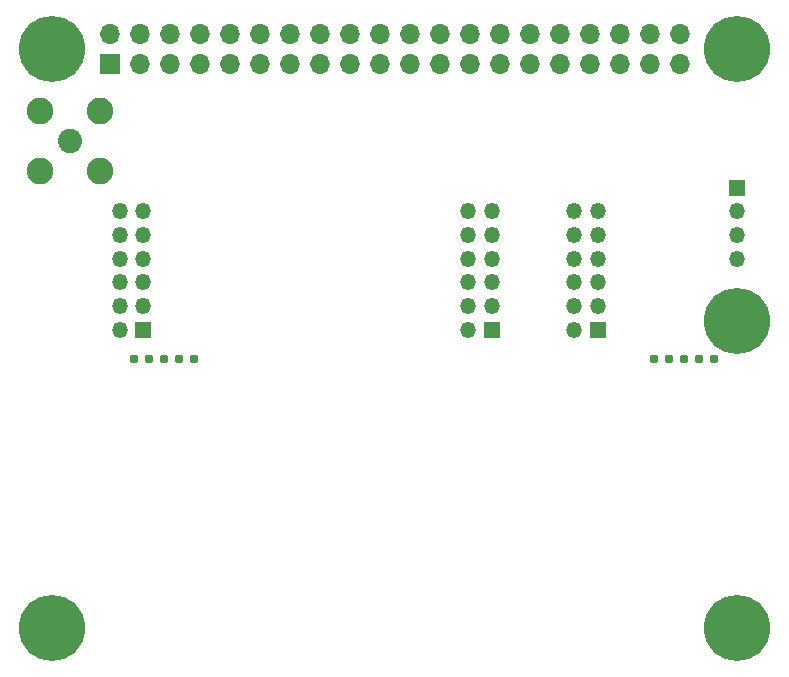
<source format=gbr>
%TF.GenerationSoftware,KiCad,Pcbnew,(6.0.1)*%
%TF.CreationDate,2022-08-09T16:04:10-07:00*%
%TF.ProjectId,WSPR3,57535052-332e-46b6-9963-61645f706362,rev?*%
%TF.SameCoordinates,Original*%
%TF.FileFunction,Soldermask,Bot*%
%TF.FilePolarity,Negative*%
%FSLAX46Y46*%
G04 Gerber Fmt 4.6, Leading zero omitted, Abs format (unit mm)*
G04 Created by KiCad (PCBNEW (6.0.1)) date 2022-08-09 16:04:10*
%MOMM*%
%LPD*%
G01*
G04 APERTURE LIST*
%ADD10R,1.350000X1.350000*%
%ADD11O,1.350000X1.350000*%
%ADD12C,5.600000*%
%ADD13C,0.787400*%
%ADD14C,2.050000*%
%ADD15C,2.250000*%
%ADD16R,1.700000X1.700000*%
%ADD17O,1.700000X1.700000*%
G04 APERTURE END LIST*
D10*
%TO.C,J1*%
X99750001Y-77250000D03*
D11*
X97750001Y-77250000D03*
X99750001Y-75250000D03*
X97750001Y-75250000D03*
X99750001Y-73250000D03*
X97750001Y-73250000D03*
X99750001Y-71250000D03*
X97750001Y-71250000D03*
X99750001Y-69250000D03*
X97750001Y-69250000D03*
X99750001Y-67250000D03*
X97750001Y-67250000D03*
%TD*%
D12*
%TO.C,H3*%
X111500000Y-76500000D03*
%TD*%
D10*
%TO.C,J6*%
X111500000Y-65250000D03*
D11*
X111500000Y-67250000D03*
X111500000Y-69250000D03*
X111500000Y-71250000D03*
%TD*%
D13*
%TO.C,H6*%
X107000000Y-79746000D03*
X109540000Y-79746000D03*
X108270000Y-79746000D03*
X104460000Y-79746000D03*
X105730000Y-79746000D03*
%TD*%
%TO.C,H7*%
X60460000Y-79746000D03*
X61730000Y-79746000D03*
X65540000Y-79746000D03*
X64270000Y-79746000D03*
X63000000Y-79746000D03*
%TD*%
D14*
%TO.C,J3*%
X55000000Y-61250000D03*
D15*
X52460000Y-58710000D03*
X57540000Y-63790000D03*
X52460000Y-63790000D03*
X57540000Y-58710000D03*
%TD*%
D12*
%TO.C,H2*%
X111500000Y-53500000D03*
%TD*%
%TO.C,H1*%
X53500000Y-53500000D03*
%TD*%
D10*
%TO.C,J4*%
X90750001Y-77250000D03*
D11*
X88750001Y-77250000D03*
X90750001Y-75250000D03*
X88750001Y-75250000D03*
X90750001Y-73250000D03*
X88750001Y-73250000D03*
X90750001Y-71250000D03*
X88750001Y-71250000D03*
X90750001Y-69250000D03*
X88750001Y-69250000D03*
X90750001Y-67250000D03*
X88750001Y-67250000D03*
%TD*%
D12*
%TO.C,H5*%
X53500000Y-102500000D03*
%TD*%
%TO.C,H4*%
X111500000Y-102500000D03*
%TD*%
D10*
%TO.C,J5*%
X61250001Y-77250000D03*
D11*
X59250001Y-77250000D03*
X61250001Y-75250000D03*
X59250001Y-75250000D03*
X61250001Y-73250000D03*
X59250001Y-73250000D03*
X61250001Y-71250000D03*
X59250001Y-71250000D03*
X61250001Y-69250000D03*
X59250001Y-69250000D03*
X61250001Y-67250000D03*
X59250001Y-67250000D03*
%TD*%
D16*
%TO.C,J2*%
X58400000Y-54790000D03*
D17*
X58400000Y-52250000D03*
X60940000Y-54790000D03*
X60940000Y-52250000D03*
X63480000Y-54790000D03*
X63480000Y-52250000D03*
X66020000Y-54790000D03*
X66020000Y-52250000D03*
X68560000Y-54790000D03*
X68560000Y-52250000D03*
X71100000Y-54790000D03*
X71100000Y-52250000D03*
X73640000Y-54790000D03*
X73640000Y-52250000D03*
X76180000Y-54790000D03*
X76180000Y-52250000D03*
X78720000Y-54790000D03*
X78720000Y-52250000D03*
X81260000Y-54790000D03*
X81260000Y-52250000D03*
X83800000Y-54790000D03*
X83800000Y-52250000D03*
X86340000Y-54790000D03*
X86340000Y-52250000D03*
X88880000Y-54790000D03*
X88880000Y-52250000D03*
X91420000Y-54790000D03*
X91420000Y-52250000D03*
X93960000Y-54790000D03*
X93960000Y-52250000D03*
X96500000Y-54790000D03*
X96500000Y-52250000D03*
X99040000Y-54790000D03*
X99040000Y-52250000D03*
X101580000Y-54790000D03*
X101580000Y-52250000D03*
X104120000Y-54790000D03*
X104120000Y-52250000D03*
X106660000Y-54790000D03*
X106660000Y-52250000D03*
%TD*%
M02*

</source>
